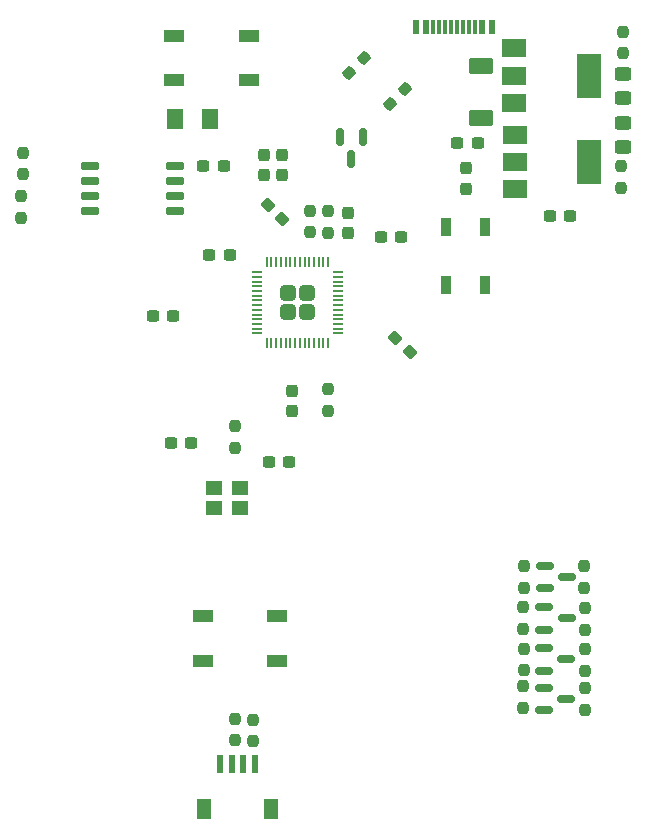
<source format=gbr>
%TF.GenerationSoftware,KiCad,Pcbnew,7.0.10*%
%TF.CreationDate,2024-04-20T18:17:20+05:30*%
%TF.ProjectId,rp2040-basic-m1,72703230-3430-42d6-9261-7369632d6d31,V2.2.5*%
%TF.SameCoordinates,Original*%
%TF.FileFunction,Paste,Top*%
%TF.FilePolarity,Positive*%
%FSLAX46Y46*%
G04 Gerber Fmt 4.6, Leading zero omitted, Abs format (unit mm)*
G04 Created by KiCad (PCBNEW 7.0.10) date 2024-04-20 18:17:20*
%MOMM*%
%LPD*%
G01*
G04 APERTURE LIST*
G04 Aperture macros list*
%AMRoundRect*
0 Rectangle with rounded corners*
0 $1 Rounding radius*
0 $2 $3 $4 $5 $6 $7 $8 $9 X,Y pos of 4 corners*
0 Add a 4 corners polygon primitive as box body*
4,1,4,$2,$3,$4,$5,$6,$7,$8,$9,$2,$3,0*
0 Add four circle primitives for the rounded corners*
1,1,$1+$1,$2,$3*
1,1,$1+$1,$4,$5*
1,1,$1+$1,$6,$7*
1,1,$1+$1,$8,$9*
0 Add four rect primitives between the rounded corners*
20,1,$1+$1,$2,$3,$4,$5,0*
20,1,$1+$1,$4,$5,$6,$7,0*
20,1,$1+$1,$6,$7,$8,$9,0*
20,1,$1+$1,$8,$9,$2,$3,0*%
G04 Aperture macros list end*
%ADD10R,1.700000X1.000000*%
%ADD11RoundRect,0.237500X0.300000X0.237500X-0.300000X0.237500X-0.300000X-0.237500X0.300000X-0.237500X0*%
%ADD12R,2.000000X1.500000*%
%ADD13R,2.000000X3.800000*%
%ADD14RoundRect,0.237500X-0.237500X0.250000X-0.237500X-0.250000X0.237500X-0.250000X0.237500X0.250000X0*%
%ADD15RoundRect,0.150000X-0.587500X-0.150000X0.587500X-0.150000X0.587500X0.150000X-0.587500X0.150000X0*%
%ADD16RoundRect,0.237500X0.380070X-0.044194X-0.044194X0.380070X-0.380070X0.044194X0.044194X-0.380070X0*%
%ADD17RoundRect,0.237500X0.237500X-0.250000X0.237500X0.250000X-0.237500X0.250000X-0.237500X-0.250000X0*%
%ADD18RoundRect,0.237500X-0.300000X-0.237500X0.300000X-0.237500X0.300000X0.237500X-0.300000X0.237500X0*%
%ADD19RoundRect,0.150000X-0.150000X0.587500X-0.150000X-0.587500X0.150000X-0.587500X0.150000X0.587500X0*%
%ADD20R,1.400000X1.200000*%
%ADD21RoundRect,0.250001X-0.462499X-0.624999X0.462499X-0.624999X0.462499X0.624999X-0.462499X0.624999X0*%
%ADD22RoundRect,0.237500X0.237500X-0.300000X0.237500X0.300000X-0.237500X0.300000X-0.237500X-0.300000X0*%
%ADD23RoundRect,0.237500X-0.380070X0.044194X0.044194X-0.380070X0.380070X-0.044194X-0.044194X0.380070X0*%
%ADD24R,0.600000X1.550000*%
%ADD25R,1.200000X1.800000*%
%ADD26RoundRect,0.250000X0.450000X-0.325000X0.450000X0.325000X-0.450000X0.325000X-0.450000X-0.325000X0*%
%ADD27RoundRect,0.237500X0.008839X0.344715X-0.344715X-0.008839X-0.008839X-0.344715X0.344715X0.008839X0*%
%ADD28RoundRect,0.249999X-0.395001X-0.395001X0.395001X-0.395001X0.395001X0.395001X-0.395001X0.395001X0*%
%ADD29RoundRect,0.050000X-0.387500X-0.050000X0.387500X-0.050000X0.387500X0.050000X-0.387500X0.050000X0*%
%ADD30RoundRect,0.050000X-0.050000X-0.387500X0.050000X-0.387500X0.050000X0.387500X-0.050000X0.387500X0*%
%ADD31R,0.600000X1.240000*%
%ADD32R,0.300000X1.240000*%
%ADD33RoundRect,0.237500X-0.237500X0.300000X-0.237500X-0.300000X0.237500X-0.300000X0.237500X0.300000X0*%
%ADD34RoundRect,0.250000X-0.450000X0.325000X-0.450000X-0.325000X0.450000X-0.325000X0.450000X0.325000X0*%
%ADD35RoundRect,0.150000X-0.650000X-0.150000X0.650000X-0.150000X0.650000X0.150000X-0.650000X0.150000X0*%
%ADD36R,0.900000X1.500000*%
%ADD37RoundRect,0.250000X0.800000X-0.450000X0.800000X0.450000X-0.800000X0.450000X-0.800000X-0.450000X0*%
G04 APERTURE END LIST*
D10*
%TO.C,SW2*%
X85800000Y-23910500D03*
X92100000Y-23910500D03*
X85800000Y-27710500D03*
X92100000Y-27710500D03*
%TD*%
D11*
%TO.C,C6*%
X85692500Y-47640000D03*
X83967500Y-47640000D03*
%TD*%
D12*
%TO.C,U2*%
X114650000Y-32300000D03*
X114650000Y-34600000D03*
D13*
X120950000Y-34600000D03*
D12*
X114650000Y-36900000D03*
%TD*%
D14*
%TO.C,R20*%
X120580000Y-79187500D03*
X120580000Y-81012500D03*
%TD*%
%TO.C,R8*%
X123630000Y-34957500D03*
X123630000Y-36782500D03*
%TD*%
D15*
%TO.C,Q5*%
X117132500Y-72320000D03*
X117132500Y-74220000D03*
X119007500Y-73270000D03*
%TD*%
D16*
%TO.C,C5*%
X94959880Y-39449880D03*
X93740120Y-38230120D03*
%TD*%
D17*
%TO.C,R16*%
X90980000Y-58815000D03*
X90980000Y-56990000D03*
%TD*%
D14*
%TO.C,R21*%
X120560000Y-75857500D03*
X120560000Y-77682500D03*
%TD*%
D11*
%TO.C,C7*%
X90484500Y-42474500D03*
X88759500Y-42474500D03*
%TD*%
D18*
%TO.C,C1*%
X93815000Y-60060000D03*
X95540000Y-60060000D03*
%TD*%
D19*
%TO.C,D3*%
X101748000Y-32471500D03*
X99848000Y-32471500D03*
X100798000Y-34346500D03*
%TD*%
D15*
%TO.C,Q4*%
X117090000Y-75780000D03*
X117090000Y-77680000D03*
X118965000Y-76730000D03*
%TD*%
D20*
%TO.C,Y1*%
X89130000Y-63950000D03*
X91330000Y-63950000D03*
X91330000Y-62250000D03*
X89130000Y-62250000D03*
%TD*%
D21*
%TO.C,F1*%
X85825000Y-30940000D03*
X88800000Y-30940000D03*
%TD*%
D18*
%TO.C,C15*%
X88265000Y-34920000D03*
X89990000Y-34920000D03*
%TD*%
D22*
%TO.C,C3*%
X93364300Y-35752500D03*
X93364300Y-34027500D03*
%TD*%
D17*
%TO.C,R14*%
X115440000Y-70692500D03*
X115440000Y-68867500D03*
%TD*%
D23*
%TO.C,C9*%
X104496120Y-49528620D03*
X105715880Y-50748380D03*
%TD*%
D12*
%TO.C,U4*%
X114600000Y-25000000D03*
X114600000Y-27300000D03*
D13*
X120900000Y-27300000D03*
D12*
X114600000Y-29600000D03*
%TD*%
D17*
%TO.C,R13*%
X115360000Y-74152500D03*
X115360000Y-72327500D03*
%TD*%
D14*
%TO.C,R4*%
X98800000Y-38770000D03*
X98800000Y-40595000D03*
%TD*%
D24*
%TO.C,J2*%
X89650000Y-85555000D03*
X90650000Y-85555000D03*
X91650000Y-85555000D03*
X92650000Y-85555000D03*
D25*
X88350000Y-89430000D03*
X93950000Y-89430000D03*
%TD*%
D22*
%TO.C,C14*%
X110480000Y-36895000D03*
X110480000Y-35170000D03*
%TD*%
D26*
%TO.C,D5*%
X123750000Y-29185500D03*
X123750000Y-27135500D03*
%TD*%
D22*
%TO.C,C12*%
X100520000Y-40652500D03*
X100520000Y-38927500D03*
%TD*%
D27*
%TO.C,R2*%
X105325235Y-28424765D03*
X104034765Y-29715235D03*
%TD*%
D14*
%TO.C,R1*%
X123760000Y-23607500D03*
X123760000Y-25432500D03*
%TD*%
D17*
%TO.C,R11*%
X115290000Y-80835000D03*
X115290000Y-79010000D03*
%TD*%
D28*
%TO.C,U1*%
X95426000Y-45738500D03*
X95426000Y-47338500D03*
X97026000Y-45738500D03*
X97026000Y-47338500D03*
D29*
X92788500Y-43938500D03*
X92788500Y-44338500D03*
X92788500Y-44738500D03*
X92788500Y-45138500D03*
X92788500Y-45538500D03*
X92788500Y-45938500D03*
X92788500Y-46338500D03*
X92788500Y-46738500D03*
X92788500Y-47138500D03*
X92788500Y-47538500D03*
X92788500Y-47938500D03*
X92788500Y-48338500D03*
X92788500Y-48738500D03*
X92788500Y-49138500D03*
D30*
X93626000Y-49976000D03*
X94026000Y-49976000D03*
X94426000Y-49976000D03*
X94826000Y-49976000D03*
X95226000Y-49976000D03*
X95626000Y-49976000D03*
X96026000Y-49976000D03*
X96426000Y-49976000D03*
X96826000Y-49976000D03*
X97226000Y-49976000D03*
X97626000Y-49976000D03*
X98026000Y-49976000D03*
X98426000Y-49976000D03*
X98826000Y-49976000D03*
D29*
X99663500Y-49138500D03*
X99663500Y-48738500D03*
X99663500Y-48338500D03*
X99663500Y-47938500D03*
X99663500Y-47538500D03*
X99663500Y-47138500D03*
X99663500Y-46738500D03*
X99663500Y-46338500D03*
X99663500Y-45938500D03*
X99663500Y-45538500D03*
X99663500Y-45138500D03*
X99663500Y-44738500D03*
X99663500Y-44338500D03*
X99663500Y-43938500D03*
D30*
X98826000Y-43101000D03*
X98426000Y-43101000D03*
X98026000Y-43101000D03*
X97626000Y-43101000D03*
X97226000Y-43101000D03*
X96826000Y-43101000D03*
X96426000Y-43101000D03*
X96026000Y-43101000D03*
X95626000Y-43101000D03*
X95226000Y-43101000D03*
X94826000Y-43101000D03*
X94426000Y-43101000D03*
X94026000Y-43101000D03*
X93626000Y-43101000D03*
%TD*%
D15*
%TO.C,Q3*%
X117112500Y-79130000D03*
X117112500Y-81030000D03*
X118987500Y-80080000D03*
%TD*%
D14*
%TO.C,R22*%
X120600000Y-72377500D03*
X120600000Y-74202500D03*
%TD*%
D31*
%TO.C,J1*%
X112675000Y-23210500D03*
X111875000Y-23210500D03*
D32*
X110725000Y-23210500D03*
X109725000Y-23210500D03*
X109225000Y-23210500D03*
X108225000Y-23210500D03*
D31*
X107075000Y-23210500D03*
X106275000Y-23210500D03*
X106275000Y-23210500D03*
X107075000Y-23210500D03*
D32*
X107725000Y-23210500D03*
X108725000Y-23210500D03*
X110225000Y-23210500D03*
X111225000Y-23210500D03*
D31*
X111875000Y-23210500D03*
X112675000Y-23210500D03*
%TD*%
D14*
%TO.C,R6*%
X73000000Y-33847500D03*
X73000000Y-35672500D03*
%TD*%
D33*
%TO.C,C11*%
X95790000Y-53980500D03*
X95790000Y-55705500D03*
%TD*%
D14*
%TO.C,R5*%
X97290000Y-38740000D03*
X97290000Y-40565000D03*
%TD*%
D18*
%TO.C,C10*%
X103287500Y-40960500D03*
X105012500Y-40960500D03*
%TD*%
D34*
%TO.C,D4*%
X123750000Y-31285500D03*
X123750000Y-33335500D03*
%TD*%
D35*
%TO.C,U3*%
X78656000Y-34981500D03*
X78656000Y-36251500D03*
X78656000Y-37521500D03*
X78656000Y-38791500D03*
X85856000Y-38791500D03*
X85856000Y-37521500D03*
X85856000Y-36251500D03*
X85856000Y-34981500D03*
%TD*%
D10*
%TO.C,SW1*%
X88230000Y-73030000D03*
X94530000Y-73030000D03*
X88230000Y-76830000D03*
X94530000Y-76830000D03*
%TD*%
D15*
%TO.C,Q6*%
X117152500Y-68820000D03*
X117152500Y-70720000D03*
X119027500Y-69770000D03*
%TD*%
D17*
%TO.C,R12*%
X115380000Y-77652500D03*
X115380000Y-75827500D03*
%TD*%
D36*
%TO.C,D2*%
X112080000Y-40120000D03*
X108780000Y-40120000D03*
X108780000Y-45020000D03*
X112080000Y-45020000D03*
%TD*%
D14*
%TO.C,R23*%
X120450000Y-68857500D03*
X120450000Y-70682500D03*
%TD*%
D22*
%TO.C,C4*%
X94888300Y-35752500D03*
X94888300Y-34027500D03*
%TD*%
D17*
%TO.C,R33*%
X98830000Y-55675000D03*
X98830000Y-53850000D03*
%TD*%
D11*
%TO.C,C2*%
X87215000Y-58400000D03*
X85490000Y-58400000D03*
%TD*%
%TO.C,C13*%
X111485000Y-33030000D03*
X109760000Y-33030000D03*
%TD*%
D27*
%TO.C,R3*%
X101885235Y-25834765D03*
X100594765Y-27125235D03*
%TD*%
D18*
%TO.C,C8*%
X117587500Y-39210500D03*
X119312500Y-39210500D03*
%TD*%
D17*
%TO.C,R15*%
X92460000Y-83662500D03*
X92460000Y-81837500D03*
%TD*%
%TO.C,R7*%
X72820000Y-39342500D03*
X72820000Y-37517500D03*
%TD*%
%TO.C,R17*%
X90960000Y-83562500D03*
X90960000Y-81737500D03*
%TD*%
D37*
%TO.C,D1*%
X111800000Y-30900000D03*
X111800000Y-26500000D03*
%TD*%
M02*

</source>
